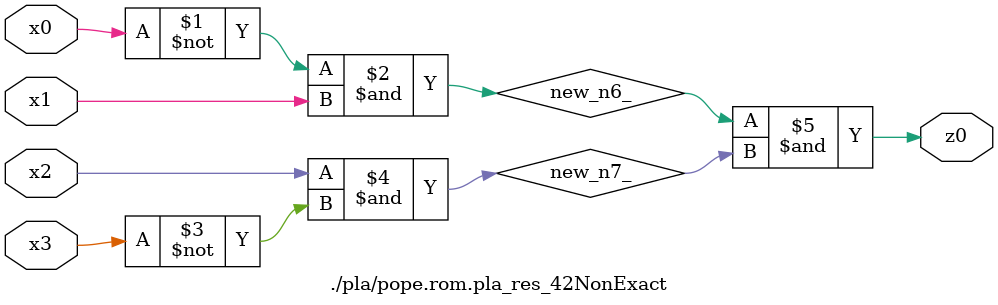
<source format=v>

module \./pla/pope.rom.pla_res_42NonExact  ( 
    x0, x1, x2, x3,
    z0  );
  input  x0, x1, x2, x3;
  output z0;
  wire new_n6_, new_n7_;
  assign new_n6_ = ~x0 & x1;
  assign new_n7_ = x2 & ~x3;
  assign z0 = new_n6_ & new_n7_;
endmodule



</source>
